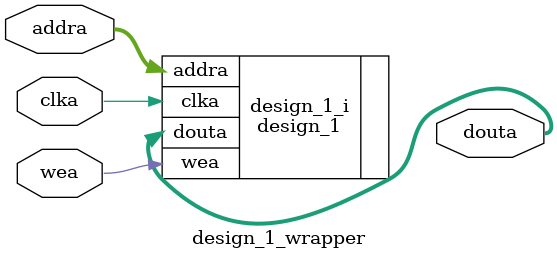
<source format=v>
`timescale 1 ps / 1 ps

module design_1_wrapper
   (addra,
    clka,
    douta,
    wea);
  input [3:0]addra;
  input clka;
  output [7:0]douta;
  input wea;

  wire [3:0]addra;
  wire clka;
  wire [7:0]douta;
  wire wea;

  design_1 design_1_i
       (.addra(addra),
        .clka(clka),
        .douta(douta),
        .wea(wea));
endmodule

</source>
